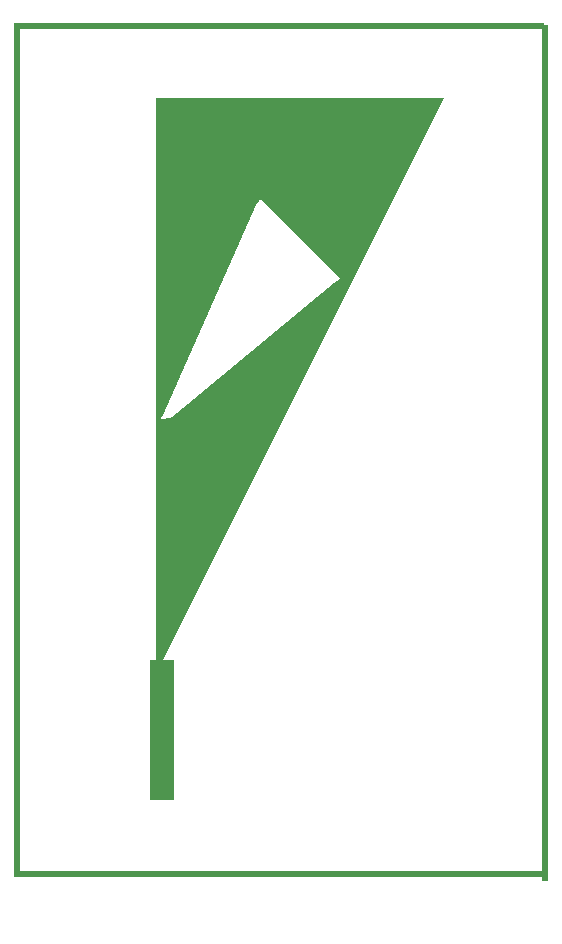
<source format=gbr>
G04 ===== Begin FILE IDENTIFICATION =====*
G04 File Format:  Gerber RS274X*
G04 ===== End FILE IDENTIFICATION =====*
%FSLAX24Y24*%
%MOIN*%
%SFA1.0000B1.0000*%
%OFA0.0B0.0*%
%ADD14R,0.023622X2.854331*%
%ADD15R,1.751969X0.023622*%
%ADD16R,1.779528X0.023622*%
%ADD17R,0.023622X2.846457*%
%ADD18R,0.078740X0.468504*%
%LNcond*%
%IPPOS*%
%LPD*%
G75*
D14*
X12205Y9862D03*
D15*
X3406Y24094D03*
D16*
X3425Y-4173D03*
D17*
X-5394Y9941D03*
G36*
G01X1811Y8465D02*
G01X1732Y8740D01*
G01X2008Y8819D01*
G01X2126Y8661D01*
G01X1850Y8504D01*
G01X1811D01*
G01Y8465D01*
G37*
D18*
X-551Y610D03*
G36*
G01X-748Y2480D02*
G01Y21693D01*
G01X-504D01*
G01Y21505D01*
G01X-677Y21330D01*
G01X2570Y18104D01*
G01X-512Y11102D01*
G01X-598Y11015D01*
G01X1882Y8574D01*
G01X2055Y8749D01*
G01X-256Y11021D01*
G01X5178Y15515D01*
G01X5189Y15503D01*
G01X5276Y15591D01*
G01X5362Y15678D01*
G01X2700Y18322D01*
G01X2677Y18346D01*
G01Y18345D01*
G01X-504Y21505D01*
G01Y21693D01*
G01X8858D01*
G01X-748Y2480D01*
G37*
G36*
G01X-669Y10945D02*
G01X-551D01*
G01X1811Y8583D01*
G01X2126Y8780D01*
G01X-197Y11063D01*
G01X-669Y10945D01*
G37*
G36*
G01X-709Y21378D02*
G01X-512Y21614D01*
G01X2756Y18346D01*
G01X2520Y18031D01*
G01X-709Y21299D01*
G01Y21378D01*
G37*
M02*


</source>
